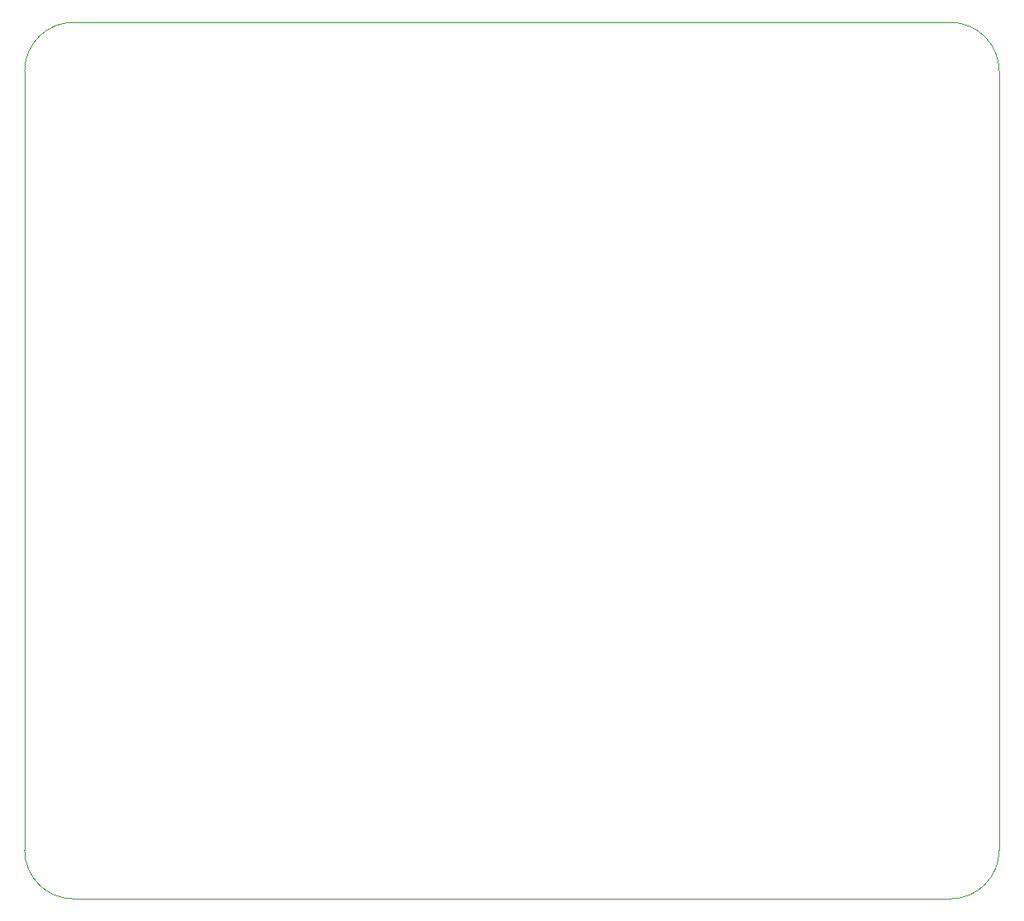
<source format=gm1>
%TF.GenerationSoftware,KiCad,Pcbnew,(5.1.10-1-10_14)*%
%TF.CreationDate,2021-12-01T23:10:12+09:00*%
%TF.ProjectId,EB-ESP32,45422d45-5350-4333-922e-6b696361645f,V1.0*%
%TF.SameCoordinates,Original*%
%TF.FileFunction,Profile,NP*%
%FSLAX46Y46*%
G04 Gerber Fmt 4.6, Leading zero omitted, Abs format (unit mm)*
G04 Created by KiCad (PCBNEW (5.1.10-1-10_14)) date 2021-12-01 23:10:12*
%MOMM*%
%LPD*%
G01*
G04 APERTURE LIST*
%TA.AperFunction,Profile*%
%ADD10C,0.050000*%
%TD*%
G04 APERTURE END LIST*
D10*
X50000000Y-40000000D02*
G75*
G02*
X45000000Y-45000000I-5000000J0D01*
G01*
X-45000000Y-45000000D02*
G75*
G02*
X-50000000Y-40000000I0J5000000D01*
G01*
X-50000000Y40000000D02*
G75*
G02*
X-45000000Y45000000I5000000J0D01*
G01*
X45000000Y45000000D02*
G75*
G02*
X50000000Y40000000I0J-5000000D01*
G01*
X-45000000Y-45000000D02*
X45000000Y-45000000D01*
X-45000000Y45000000D02*
X45000000Y45000000D01*
X50000000Y40000000D02*
X50000000Y-40000000D01*
X-50000000Y40000000D02*
X-50000000Y-40000000D01*
M02*

</source>
